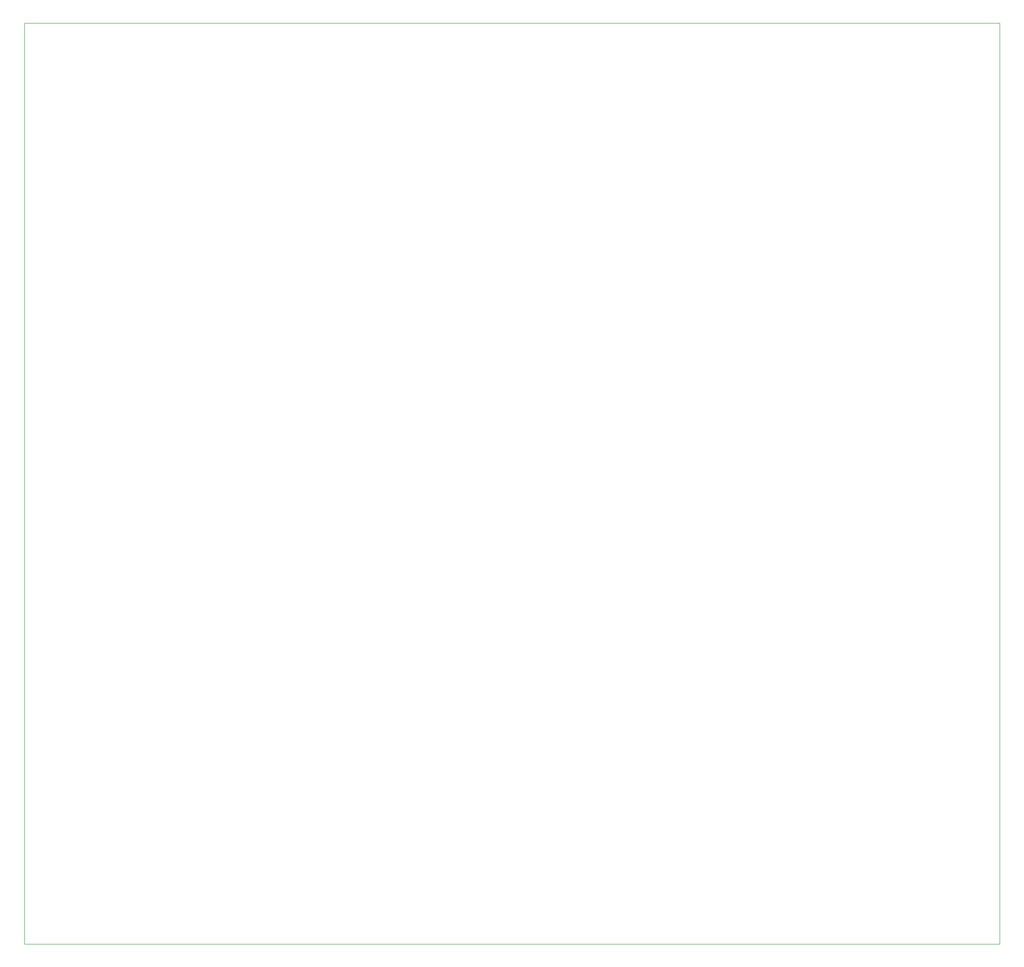
<source format=gbr>
G04 #@! TF.GenerationSoftware,KiCad,Pcbnew,(5.1.8)-1*
G04 #@! TF.CreationDate,2022-05-28T15:43:52-06:00*
G04 #@! TF.ProjectId,Multi,4d756c74-692e-46b6-9963-61645f706362,rev?*
G04 #@! TF.SameCoordinates,Original*
G04 #@! TF.FileFunction,Profile,NP*
%FSLAX46Y46*%
G04 Gerber Fmt 4.6, Leading zero omitted, Abs format (unit mm)*
G04 Created by KiCad (PCBNEW (5.1.8)-1) date 2022-05-28 15:43:52*
%MOMM*%
%LPD*%
G01*
G04 APERTURE LIST*
G04 #@! TA.AperFunction,Profile*
%ADD10C,0.050000*%
G04 #@! TD*
G04 APERTURE END LIST*
D10*
X-40894000Y-18542000D02*
X141986000Y-18542000D01*
X141986000Y-191262000D02*
X-40894000Y-191262000D01*
X141986000Y-18542000D02*
X141986000Y-191262000D01*
X-40894000Y-18542000D02*
X-40894000Y-191262000D01*
M02*

</source>
